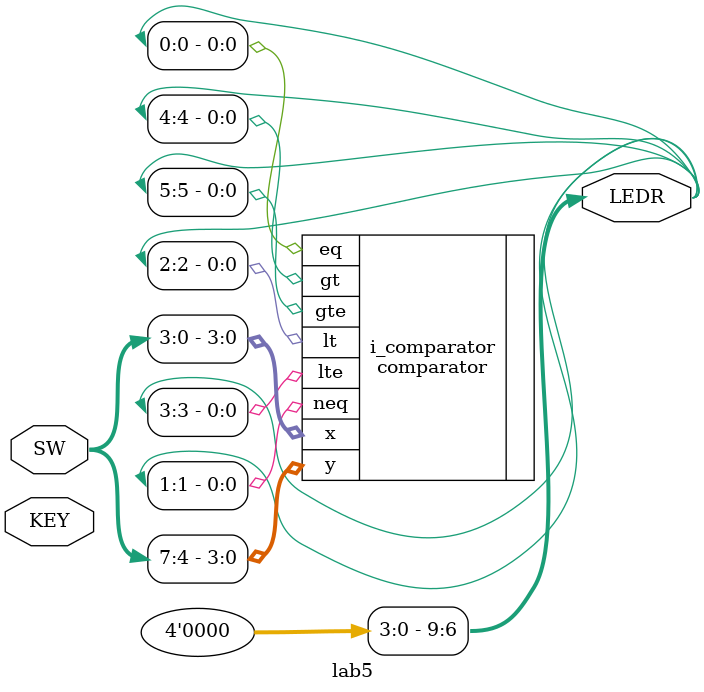
<source format=v>
module lab5
(
	input  [1:0] KEY,
    input  [9:0] SW,
    output [9:0] LEDR
);

    //comparator
    comparator #(.WIDTH(4)) i_comparator
    (
        .x  (SW [3:0]),
        .y  (SW [7:4]),
        .eq (LEDR[0]  ),
        .neq(LEDR[1]  ),
        .lt (LEDR[2]  ),
        .lte(LEDR[3]  ),
        .gt (LEDR[4]  ),
        .gte(LEDR[5]  )
    );
    
    assign LEDR[9:6] = 0;
    
endmodule
</source>
